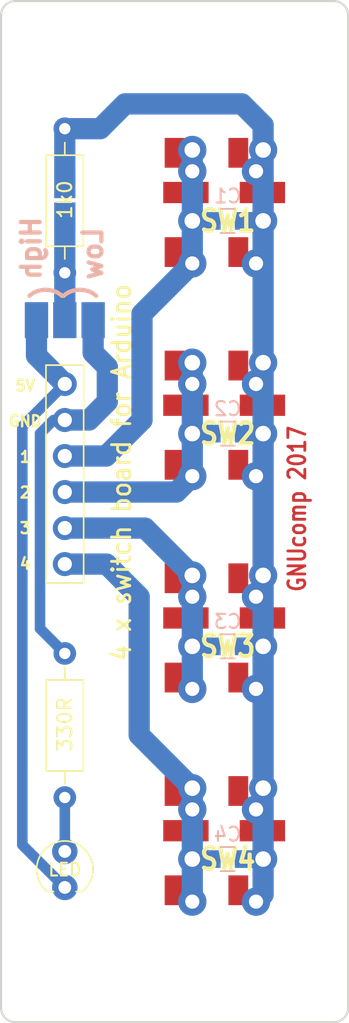
<source format=kicad_pcb>
(kicad_pcb (version 4) (host pcbnew 4.0.0-rc1-stable)

  (general
    (links 51)
    (no_connects 25)
    (area 121.424999 79.924999 146.075001 152.075001)
    (thickness 1.6)
    (drawings 17)
    (tracks 57)
    (zones 0)
    (modules 31)
    (nets 10)
  )

  (page A4)
  (layers
    (0 F.Cu signal)
    (31 B.Cu power)
    (34 B.Paste user hide)
    (35 F.Paste user hide)
    (36 B.SilkS user)
    (37 F.SilkS user)
    (38 B.Mask user hide)
    (39 F.Mask user)
    (40 Dwgs.User user hide)
    (41 Cmts.User user hide)
    (42 Eco1.User user hide)
    (43 Eco2.User user hide)
    (44 Edge.Cuts user)
    (45 Margin user hide)
    (47 F.CrtYd user hide)
  )

  (setup
    (last_trace_width 1.5)
    (user_trace_width 0.75)
    (user_trace_width 1)
    (user_trace_width 1.25)
    (user_trace_width 1.5)
    (trace_clearance 0.1)
    (zone_clearance 0.508)
    (zone_45_only no)
    (trace_min 0.2)
    (segment_width 0.5)
    (edge_width 0.15)
    (via_size 0.6)
    (via_drill 0.4)
    (via_min_size 0.4)
    (via_min_drill 0.3)
    (uvia_size 0.3)
    (uvia_drill 0.1)
    (uvias_allowed no)
    (uvia_min_size 0.2)
    (uvia_min_drill 0.1)
    (pcb_text_width 0.3)
    (pcb_text_size 1.5 1.5)
    (mod_edge_width 0.15)
    (mod_text_size 1 1)
    (mod_text_width 0.15)
    (pad_size 1.6 1.6)
    (pad_drill 0.8)
    (pad_to_mask_clearance 0.2)
    (aux_axis_origin 0 0)
    (visible_elements 7FFEFF7F)
    (pcbplotparams
      (layerselection 0x00030_80000001)
      (usegerberextensions false)
      (excludeedgelayer true)
      (linewidth 0.100000)
      (plotframeref false)
      (viasonmask false)
      (mode 1)
      (useauxorigin false)
      (hpglpennumber 1)
      (hpglpenspeed 20)
      (hpglpendiameter 15)
      (hpglpenoverlay 2)
      (psnegative false)
      (psa4output false)
      (plotreference true)
      (plotvalue true)
      (plotinvisibletext false)
      (padsonsilk false)
      (subtractmaskfromsilk false)
      (outputformat 1)
      (mirror false)
      (drillshape 1)
      (scaleselection 1)
      (outputdirectory ""))
  )

  (net 0 "")
  (net 1 "Net-(C1-Pad1)")
  (net 2 "Net-(C1-Pad2)")
  (net 3 "Net-(C2-Pad2)")
  (net 4 "Net-(C3-Pad2)")
  (net 5 "Net-(C4-Pad2)")
  (net 6 "Net-(D1-Pad1)")
  (net 7 "Net-(D1-Pad2)")
  (net 8 "Net-(K1-Pad2)")
  (net 9 "Net-(K1-Pad3)")

  (net_class Default "This is the default net class."
    (clearance 0.1)
    (trace_width 1)
    (via_dia 0.6)
    (via_drill 0.4)
    (uvia_dia 0.3)
    (uvia_drill 0.1)
    (add_net "Net-(C1-Pad2)")
    (add_net "Net-(C2-Pad2)")
    (add_net "Net-(C3-Pad2)")
    (add_net "Net-(C4-Pad2)")
    (add_net "Net-(D1-Pad1)")
    (add_net "Net-(D1-Pad2)")
    (add_net "Net-(K1-Pad3)")
  )

  (net_class COM ""
    (clearance 0.1)
    (trace_width 1.5)
    (via_dia 0.6)
    (via_drill 0.4)
    (uvia_dia 0.3)
    (uvia_drill 0.1)
    (add_net "Net-(C1-Pad1)")
    (add_net "Net-(K1-Pad2)")
  )

  (module Capacitors_SMD:C_0805_HandSoldering (layer B.Cu) (tedit 59706DA2) (tstamp 596D84BA)
    (at 137.5 140.5 180)
    (descr "Capacitor SMD 0805, hand soldering")
    (tags "capacitor 0805")
    (path /596D80C6)
    (solder_mask_margin 0.1)
    (attr smd)
    (fp_text reference C4 (at 0 1.75 180) (layer B.SilkS)
      (effects (font (size 1 1) (thickness 0.15)) (justify mirror))
    )
    (fp_text value C (at 0 -1.75 180) (layer B.Fab)
      (effects (font (size 1 1) (thickness 0.15)) (justify mirror))
    )
    (fp_text user %R (at 0 1.75 180) (layer B.Fab)
      (effects (font (size 1 1) (thickness 0.15)) (justify mirror))
    )
    (fp_line (start -1 -0.62) (end -1 0.62) (layer B.Fab) (width 0.1))
    (fp_line (start 1 -0.62) (end -1 -0.62) (layer B.Fab) (width 0.1))
    (fp_line (start 1 0.62) (end 1 -0.62) (layer B.Fab) (width 0.1))
    (fp_line (start -1 0.62) (end 1 0.62) (layer B.Fab) (width 0.1))
    (fp_line (start 0.5 0.85) (end -0.5 0.85) (layer B.SilkS) (width 0.12))
    (fp_line (start -0.5 -0.85) (end 0.5 -0.85) (layer B.SilkS) (width 0.12))
    (fp_line (start -2.25 0.88) (end 2.25 0.88) (layer B.CrtYd) (width 0.05))
    (fp_line (start -2.25 0.88) (end -2.25 -0.87) (layer B.CrtYd) (width 0.05))
    (fp_line (start 2.25 -0.87) (end 2.25 0.88) (layer B.CrtYd) (width 0.05))
    (fp_line (start 2.25 -0.87) (end -2.25 -0.87) (layer B.CrtYd) (width 0.05))
    (pad 1 smd rect (at -1.25 0 180) (size 1.5 1.25) (layers B.Cu B.Paste B.Mask)
      (net 1 "Net-(C1-Pad1)"))
    (pad 2 smd rect (at 1.25 0 180) (size 1.5 1.25) (layers B.Cu B.Paste B.Mask)
      (net 5 "Net-(C4-Pad2)"))
    (model Capacitors_SMD.3dshapes/C_0805.wrl
      (at (xyz 0 0 0))
      (scale (xyz 1 1 1))
      (rotate (xyz 0 0 0))
    )
  )

  (module GNUCOMP:SPST_SMD_2P (layer F.Cu) (tedit 597017B5) (tstamp 597015D5)
    (at 137.25 108.5)
    (path /59702942)
    (fp_text reference SW10 (at 0 3) (layer F.SilkS) hide
      (effects (font (size 1 1) (thickness 0.15)))
    )
    (fp_text value SW_PUSH (at 0 -3) (layer F.Fab)
      (effects (font (size 1 1) (thickness 0.15)))
    )
    (fp_line (start -3 1) (end -3 -1) (layer F.Fab) (width 0.2))
    (fp_line (start 3 -1) (end 3 1) (layer F.Fab) (width 0.2))
    (fp_circle (center 0 0) (end 1 0) (layer F.Fab) (width 0.2))
    (pad 2 smd rect (at 2.7 0) (size 3.2 1.5) (layers F.Cu F.Paste F.Mask)
      (net 1 "Net-(C1-Pad1)"))
    (pad 1 smd rect (at -2.7 0) (size 3.2 1.5) (layers F.Cu F.Paste F.Mask)
      (net 3 "Net-(C2-Pad2)"))
  )

  (module Buttons_Switches_ThroughHole:SW_PUSH_6mm_h5mm (layer F.Cu) (tedit 59700A53) (tstamp 596D8055)
    (at 135 113.5 90)
    (descr "tactile push button, 6x6mm e.g. PHAP33xx series, height=5mm")
    (tags "tact sw push 6mm")
    (path /596D687C)
    (fp_text reference SW3 (at 3.25 -2 90) (layer F.SilkS) hide
      (effects (font (size 1 1) (thickness 0.15)))
    )
    (fp_text value SW_PUSH (at 3.75 6.7 90) (layer F.Fab)
      (effects (font (size 1 1) (thickness 0.15)))
    )
    (fp_line (start 3.25 -0.75) (end 6.25 -0.75) (layer F.Fab) (width 0.1))
    (fp_line (start 6.25 -0.75) (end 6.25 5.25) (layer F.Fab) (width 0.1))
    (fp_line (start 6.25 5.25) (end 0.25 5.25) (layer F.Fab) (width 0.1))
    (fp_line (start 0.25 5.25) (end 0.25 -0.75) (layer F.Fab) (width 0.1))
    (fp_line (start 0.25 -0.75) (end 3.25 -0.75) (layer F.Fab) (width 0.1))
    (fp_line (start 7.75 6) (end 8 6) (layer F.CrtYd) (width 0.05))
    (fp_line (start 8 6) (end 8 5.75) (layer F.CrtYd) (width 0.05))
    (fp_line (start 7.75 -1.5) (end 8 -1.5) (layer F.CrtYd) (width 0.05))
    (fp_line (start 8 -1.5) (end 8 -1.25) (layer F.CrtYd) (width 0.05))
    (fp_line (start -1.5 -1.25) (end -1.5 -1.5) (layer F.CrtYd) (width 0.05))
    (fp_line (start -1.5 -1.5) (end -1.25 -1.5) (layer F.CrtYd) (width 0.05))
    (fp_line (start -1.5 5.75) (end -1.5 6) (layer F.CrtYd) (width 0.05))
    (fp_line (start -1.5 6) (end -1.25 6) (layer F.CrtYd) (width 0.05))
    (fp_line (start -1.25 -1.5) (end 7.75 -1.5) (layer F.CrtYd) (width 0.05))
    (fp_line (start -1.5 5.75) (end -1.5 -1.25) (layer F.CrtYd) (width 0.05))
    (fp_line (start 7.75 6) (end -1.25 6) (layer F.CrtYd) (width 0.05))
    (fp_line (start 8 -1.25) (end 8 5.75) (layer F.CrtYd) (width 0.05))
    (pad 2 thru_hole circle (at 0 4.5 180) (size 2 2) (drill 1) (layers *.Cu *.Mask)
      (net 1 "Net-(C1-Pad1)"))
    (pad 1 thru_hole circle (at 0 0 180) (size 2 2) (drill 1) (layers *.Cu *.Mask)
      (net 3 "Net-(C2-Pad2)"))
    (pad 2 thru_hole circle (at 6.5 4.5 180) (size 2 2) (drill 1) (layers *.Cu *.Mask)
      (net 1 "Net-(C1-Pad1)"))
    (pad 1 thru_hole circle (at 6.5 0 180) (size 2 2) (drill 1) (layers *.Cu *.Mask)
      (net 3 "Net-(C2-Pad2)"))
    (model ${KISYS3DMOD}/Buttons_Switches_THT.3dshapes/SW_PUSH_6mm_h5mm.wrl
      (at (xyz 0.005 0 0))
      (scale (xyz 0.3937 0.3937 0.3937))
      (rotate (xyz 0 0 0))
    )
  )

  (module Capacitors_SMD:C_0805_HandSoldering (layer B.Cu) (tedit 58AA84A8) (tstamp 596D8498)
    (at 137.5 110.5 180)
    (descr "Capacitor SMD 0805, hand soldering")
    (tags "capacitor 0805")
    (path /596D7FDF)
    (solder_mask_margin 0.1)
    (attr smd)
    (fp_text reference C2 (at 0 1.75 180) (layer B.SilkS)
      (effects (font (size 1 1) (thickness 0.15)) (justify mirror))
    )
    (fp_text value C (at 0 -1.75 180) (layer B.Fab)
      (effects (font (size 1 1) (thickness 0.15)) (justify mirror))
    )
    (fp_text user %R (at 0 1.75 180) (layer B.Fab)
      (effects (font (size 1 1) (thickness 0.15)) (justify mirror))
    )
    (fp_line (start -1 -0.62) (end -1 0.62) (layer B.Fab) (width 0.1))
    (fp_line (start 1 -0.62) (end -1 -0.62) (layer B.Fab) (width 0.1))
    (fp_line (start 1 0.62) (end 1 -0.62) (layer B.Fab) (width 0.1))
    (fp_line (start -1 0.62) (end 1 0.62) (layer B.Fab) (width 0.1))
    (fp_line (start 0.5 0.85) (end -0.5 0.85) (layer B.SilkS) (width 0.12))
    (fp_line (start -0.5 -0.85) (end 0.5 -0.85) (layer B.SilkS) (width 0.12))
    (fp_line (start -2.25 0.88) (end 2.25 0.88) (layer B.CrtYd) (width 0.05))
    (fp_line (start -2.25 0.88) (end -2.25 -0.87) (layer B.CrtYd) (width 0.05))
    (fp_line (start 2.25 -0.87) (end 2.25 0.88) (layer B.CrtYd) (width 0.05))
    (fp_line (start 2.25 -0.87) (end -2.25 -0.87) (layer B.CrtYd) (width 0.05))
    (pad 1 smd rect (at -1.25 0 180) (size 1.5 1.25) (layers B.Cu B.Paste B.Mask)
      (net 1 "Net-(C1-Pad1)"))
    (pad 2 smd rect (at 1.25 0 180) (size 1.5 1.25) (layers B.Cu B.Paste B.Mask)
      (net 3 "Net-(C2-Pad2)"))
    (model Capacitors_SMD.3dshapes/C_0805.wrl
      (at (xyz 0 0 0))
      (scale (xyz 1 1 1))
      (rotate (xyz 0 0 0))
    )
  )

  (module GNUCOMP:SPST_SMD_2P (layer F.Cu) (tedit 597017BC) (tstamp 597015E8)
    (at 137.25 123.5)
    (path /59700F8B)
    (fp_text reference SW11 (at 0 3) (layer F.SilkS) hide
      (effects (font (size 1 1) (thickness 0.15)))
    )
    (fp_text value SW_PUSH (at 0 -3) (layer F.Fab)
      (effects (font (size 1 1) (thickness 0.15)))
    )
    (fp_line (start -3 1) (end -3 -1) (layer F.Fab) (width 0.2))
    (fp_line (start 3 -1) (end 3 1) (layer F.Fab) (width 0.2))
    (fp_circle (center 0 0) (end 1 0) (layer F.Fab) (width 0.2))
    (pad 2 smd rect (at 2.7 0) (size 3.2 1.5) (layers F.Cu F.Paste F.Mask)
      (net 1 "Net-(C1-Pad1)"))
    (pad 1 smd rect (at -2.7 0) (size 3.2 1.5) (layers F.Cu F.Paste F.Mask)
      (net 4 "Net-(C3-Pad2)"))
  )

  (module Buttons_Switches_ThroughHole:SW_PUSH_6mm_h5mm (layer F.Cu) (tedit 596D791B) (tstamp 596D8073)
    (at 135 128.5 90)
    (descr "tactile push button, 6x6mm e.g. PHAP33xx series, height=5mm")
    (tags "tact sw push 6mm")
    (path /596D69F0)
    (fp_text reference SW5 (at 3.25 -2 90) (layer F.SilkS) hide
      (effects (font (size 1 1) (thickness 0.15)))
    )
    (fp_text value SW_PUSH (at 3.75 6.7 90) (layer F.Fab)
      (effects (font (size 1 1) (thickness 0.15)))
    )
    (fp_line (start 3.25 -0.75) (end 6.25 -0.75) (layer F.Fab) (width 0.1))
    (fp_line (start 6.25 -0.75) (end 6.25 5.25) (layer F.Fab) (width 0.1))
    (fp_line (start 6.25 5.25) (end 0.25 5.25) (layer F.Fab) (width 0.1))
    (fp_line (start 0.25 5.25) (end 0.25 -0.75) (layer F.Fab) (width 0.1))
    (fp_line (start 0.25 -0.75) (end 3.25 -0.75) (layer F.Fab) (width 0.1))
    (fp_line (start 7.75 6) (end 8 6) (layer F.CrtYd) (width 0.05))
    (fp_line (start 8 6) (end 8 5.75) (layer F.CrtYd) (width 0.05))
    (fp_line (start 7.75 -1.5) (end 8 -1.5) (layer F.CrtYd) (width 0.05))
    (fp_line (start 8 -1.5) (end 8 -1.25) (layer F.CrtYd) (width 0.05))
    (fp_line (start -1.5 -1.25) (end -1.5 -1.5) (layer F.CrtYd) (width 0.05))
    (fp_line (start -1.5 -1.5) (end -1.25 -1.5) (layer F.CrtYd) (width 0.05))
    (fp_line (start -1.5 5.75) (end -1.5 6) (layer F.CrtYd) (width 0.05))
    (fp_line (start -1.5 6) (end -1.25 6) (layer F.CrtYd) (width 0.05))
    (fp_line (start -1.25 -1.5) (end 7.75 -1.5) (layer F.CrtYd) (width 0.05))
    (fp_line (start -1.5 5.75) (end -1.5 -1.25) (layer F.CrtYd) (width 0.05))
    (fp_line (start 7.75 6) (end -1.25 6) (layer F.CrtYd) (width 0.05))
    (fp_line (start 8 -1.25) (end 8 5.75) (layer F.CrtYd) (width 0.05))
    (pad 2 thru_hole circle (at 0 4.5 180) (size 2 2) (drill 1) (layers *.Cu *.Mask)
      (net 1 "Net-(C1-Pad1)"))
    (pad 1 thru_hole circle (at 0 0 180) (size 2 2) (drill 1) (layers *.Cu *.Mask)
      (net 4 "Net-(C3-Pad2)"))
    (pad 2 thru_hole circle (at 6.5 4.5 180) (size 2 2) (drill 1) (layers *.Cu *.Mask)
      (net 1 "Net-(C1-Pad1)"))
    (pad 1 thru_hole circle (at 6.5 0 180) (size 2 2) (drill 1) (layers *.Cu *.Mask)
      (net 4 "Net-(C3-Pad2)"))
    (model ${KISYS3DMOD}/Buttons_Switches_THT.3dshapes/SW_PUSH_6mm_h5mm.wrl
      (at (xyz 0.005 0 0))
      (scale (xyz 0.3937 0.3937 0.3937))
      (rotate (xyz 0 0 0))
    )
  )

  (module GNUCOMP:Tactile_push_6x6_SMD (layer F.Cu) (tedit 597064B6) (tstamp 597066D1)
    (at 136 109.2)
    (fp_text reference REF** (at 0 5.5) (layer F.SilkS) hide
      (effects (font (size 1 1) (thickness 0.15)))
    )
    (fp_text value Tactile_push_6x6_SMD (at 0 -5.5) (layer F.Fab)
      (effects (font (size 1 1) (thickness 0.15)))
    )
    (pad 2 smd rect (at 2.25 3.5) (size 1.4 2.1) (layers F.Cu F.Paste F.Mask))
    (pad 2 smd rect (at 2.25 -3.5) (size 1.4 2.1) (layers F.Cu F.Paste F.Mask))
    (pad 1 smd rect (at -2.25 -3.5) (size 1.4 2.1) (layers F.Cu F.Paste F.Mask))
    (pad 1 smd rect (at -2.25 3.5) (size 1.4 2.1) (layers F.Cu F.Paste F.Mask))
  )

  (module GNUCOMP:Tactile_push_6x6_SMD (layer F.Cu) (tedit 5970649F) (tstamp 597066EA)
    (at 136 124.2)
    (fp_text reference REF** (at 0 5.5) (layer F.SilkS) hide
      (effects (font (size 1 1) (thickness 0.15)))
    )
    (fp_text value Tactile_push_6x6_SMD (at 0 -5.5) (layer F.Fab)
      (effects (font (size 1 1) (thickness 0.15)))
    )
    (pad 2 smd rect (at 2.25 3.5) (size 1.4 2.1) (layers F.Cu F.Paste F.Mask))
    (pad 2 smd rect (at 2.25 -3.5) (size 1.4 2.1) (layers F.Cu F.Paste F.Mask))
    (pad 1 smd rect (at -2.25 -3.5) (size 1.4 2.1) (layers F.Cu F.Paste F.Mask))
    (pad 1 smd rect (at -2.25 3.5) (size 1.4 2.1) (layers F.Cu F.Paste F.Mask))
  )

  (module GNUCOMP:SPST_SMD_2P (layer F.Cu) (tedit 597017C3) (tstamp 597015FB)
    (at 137.25 138.5)
    (path /5970128C)
    (fp_text reference SW12 (at 0 3) (layer F.SilkS) hide
      (effects (font (size 1 1) (thickness 0.15)))
    )
    (fp_text value SW_PUSH (at 0 -3) (layer F.Fab)
      (effects (font (size 1 1) (thickness 0.15)))
    )
    (fp_line (start -3 1) (end -3 -1) (layer F.Fab) (width 0.2))
    (fp_line (start 3 -1) (end 3 1) (layer F.Fab) (width 0.2))
    (pad 2 smd rect (at 2.7 0) (size 3.2 1.5) (layers F.Cu F.Paste F.Mask)
      (net 1 "Net-(C1-Pad1)"))
    (pad 1 smd rect (at -2.7 0) (size 3.2 1.5) (layers F.Cu F.Paste F.Mask)
      (net 5 "Net-(C4-Pad2)"))
  )

  (module GNUCOMP:Tactile_push_6x6_SMD (layer F.Cu) (tedit 59706498) (tstamp 59706703)
    (at 136 139.2)
    (fp_text reference REF** (at 0 5.5) (layer F.SilkS) hide
      (effects (font (size 1 1) (thickness 0.15)))
    )
    (fp_text value Tactile_push_6x6_SMD (at 0 -5.5) (layer F.Fab)
      (effects (font (size 1 1) (thickness 0.15)))
    )
    (pad 2 smd rect (at 2.25 3.5) (size 1.4 2.1) (layers F.Cu F.Paste F.Mask))
    (pad 2 smd rect (at 2.25 -3.5) (size 1.4 2.1) (layers F.Cu F.Paste F.Mask))
    (pad 1 smd rect (at -2.25 -3.5) (size 1.4 2.1) (layers F.Cu F.Paste F.Mask))
    (pad 1 smd rect (at -2.25 3.5) (size 1.4 2.1) (layers F.Cu F.Paste F.Mask))
  )

  (module Buttons_Switches_ThroughHole:SW_PUSH_6mm_h5mm (layer F.Cu) (tedit 59706A5A) (tstamp 596D8091)
    (at 135 143.5 90)
    (descr "tactile push button, 6x6mm e.g. PHAP33xx series, height=5mm")
    (tags "tact sw push 6mm")
    (path /596D6A06)
    (fp_text reference SW7 (at 3.25 -2 90) (layer F.SilkS) hide
      (effects (font (size 1 1) (thickness 0.15)))
    )
    (fp_text value SW_PUSH (at 3.75 6.7 90) (layer F.Fab)
      (effects (font (size 1 1) (thickness 0.15)))
    )
    (fp_text user %R (at 3.25 2.25 90) (layer F.Fab)
      (effects (font (size 1 1) (thickness 0.15)))
    )
    (fp_line (start 3.25 -0.75) (end 6.25 -0.75) (layer F.Fab) (width 0.1))
    (fp_line (start 6.25 -0.75) (end 6.25 5.25) (layer F.Fab) (width 0.1))
    (fp_line (start 6.25 5.25) (end 0.25 5.25) (layer F.Fab) (width 0.1))
    (fp_line (start 0.25 5.25) (end 0.25 -0.75) (layer F.Fab) (width 0.1))
    (fp_line (start 0.25 -0.75) (end 3.25 -0.75) (layer F.Fab) (width 0.1))
    (fp_line (start 7.75 6) (end 8 6) (layer F.CrtYd) (width 0.05))
    (fp_line (start 8 6) (end 8 5.75) (layer F.CrtYd) (width 0.05))
    (fp_line (start 7.75 -1.5) (end 8 -1.5) (layer F.CrtYd) (width 0.05))
    (fp_line (start 8 -1.5) (end 8 -1.25) (layer F.CrtYd) (width 0.05))
    (fp_line (start -1.5 -1.25) (end -1.5 -1.5) (layer F.CrtYd) (width 0.05))
    (fp_line (start -1.5 -1.5) (end -1.25 -1.5) (layer F.CrtYd) (width 0.05))
    (fp_line (start -1.5 5.75) (end -1.5 6) (layer F.CrtYd) (width 0.05))
    (fp_line (start -1.5 6) (end -1.25 6) (layer F.CrtYd) (width 0.05))
    (fp_line (start -1.25 -1.5) (end 7.75 -1.5) (layer F.CrtYd) (width 0.05))
    (fp_line (start -1.5 5.75) (end -1.5 -1.25) (layer F.CrtYd) (width 0.05))
    (fp_line (start 7.75 6) (end -1.25 6) (layer F.CrtYd) (width 0.05))
    (fp_line (start 8 -1.25) (end 8 5.75) (layer F.CrtYd) (width 0.05))
    (fp_line (start 1 5.5) (end 5.5 5.5) (layer F.Fab) (width 0.12))
    (fp_line (start -0.25 1.5) (end -0.25 3) (layer F.Fab) (width 0.12))
    (fp_line (start 5.5 -1) (end 1 -1) (layer F.Fab) (width 0.12))
    (fp_line (start 6.75 3) (end 6.75 1.5) (layer F.Fab) (width 0.12))
    (fp_circle (center 3.25 2.25) (end 1.25 2.5) (layer F.Fab) (width 0.1))
    (pad 2 thru_hole circle (at 0 4.5 180) (size 2 2) (drill 1) (layers *.Cu *.Mask)
      (net 1 "Net-(C1-Pad1)"))
    (pad 1 thru_hole circle (at 0 0 180) (size 2 2) (drill 1) (layers *.Cu *.Mask)
      (net 5 "Net-(C4-Pad2)"))
    (pad 2 thru_hole circle (at 6.5 4.5 180) (size 2 2) (drill 1) (layers *.Cu *.Mask)
      (net 1 "Net-(C1-Pad1)"))
    (pad 1 thru_hole circle (at 6.5 0 180) (size 2 2) (drill 1) (layers *.Cu *.Mask)
      (net 5 "Net-(C4-Pad2)"))
    (model ${KISYS3DMOD}/Buttons_Switches_THT.3dshapes/SW_PUSH_6mm_h5mm.wrl
      (at (xyz 0.005 0 0))
      (scale (xyz 0.3937 0.3937 0.3937))
      (rotate (xyz 0 0 0))
    )
  )

  (module LEDs:LED_D3.0mm (layer F.Cu) (tedit 597069D3) (tstamp 59702203)
    (at 126 142.5 90)
    (descr "LED, diameter 3.0mm, 2 pins")
    (tags "LED diameter 3.0mm 2 pins")
    (path /596D87FF)
    (fp_text reference LED (at 1.25 0 180) (layer F.SilkS)
      (effects (font (size 0.9 0.85) (thickness 0.15)))
    )
    (fp_text value LED (at 1.27 2.96 90) (layer F.Fab)
      (effects (font (size 1 1) (thickness 0.15)))
    )
    (fp_arc (start 1.34 0) (end 2.82 -1.25) (angle 90) (layer F.SilkS) (width 0.12))
    (fp_arc (start 1.27 0) (end -0.23 -1.16619) (angle 284.3) (layer F.Fab) (width 0.1))
    (fp_arc (start 1.27 0) (end -0.29 -1.235516) (angle 108.8) (layer F.SilkS) (width 0.12))
    (fp_arc (start 1.27 0) (end -0.29 1.235516) (angle -108.8) (layer F.SilkS) (width 0.12))
    (fp_arc (start 1.27 0) (end 0.229039 -1.08) (angle 87.9) (layer F.Fab) (width 0.12))
    (fp_arc (start 1.27 0) (end 0.229039 1.08) (angle -87.9) (layer F.Fab) (width 0.12))
    (fp_circle (center 1.27 0) (end 2.77 0) (layer F.Fab) (width 0.1))
    (fp_line (start -0.23 -1.16619) (end -0.23 1.16619) (layer F.Fab) (width 0.1))
    (fp_line (start -0.29 -1.236) (end -0.29 -0.8) (layer F.SilkS) (width 0.12))
    (fp_line (start -0.29 0.8) (end -0.29 1.236) (layer F.SilkS) (width 0.12))
    (fp_line (start -1.15 -2.25) (end -1.15 2.25) (layer F.CrtYd) (width 0.05))
    (fp_line (start -1.15 2.25) (end 3.7 2.25) (layer F.CrtYd) (width 0.05))
    (fp_line (start 3.7 2.25) (end 3.7 -2.25) (layer F.CrtYd) (width 0.05))
    (fp_line (start 3.7 -2.25) (end -1.15 -2.25) (layer F.CrtYd) (width 0.05))
    (pad 1 np_thru_hole circle (at 0 0 90) (size 1.8 1.8) (drill 0.9) (layers B.Cu B.Mask)
      (net 6 "Net-(D1-Pad1)"))
    (pad "" np_thru_hole circle (at 2.54 0 90) (size 1.8 1.8) (drill 0.9) (layers B.Cu B.Mask))
    (model ${KISYS3DMOD}/LEDs.3dshapes/LED_D3.0mm.wrl
      (at (xyz 0 0 0))
      (scale (xyz 0.393701 0.393701 0.393701))
      (rotate (xyz 0 0 0))
    )
  )

  (module GNUCOMP:Push_Keyboard_Switch (layer F.Cu) (tedit 597067C4) (tstamp 596D7968)
    (at 135 135.5)
    (descr "E-Switch KS01Q01 http://spec_sheets.e-switch.com/specs/29-KS01Q01.pdf")
    (tags "Push Button")
    (path /596D6A13)
    (fp_text reference SW8 (at 2.5 -4.5) (layer F.SilkS) hide
      (effects (font (size 1 1) (thickness 0.15)))
    )
    (fp_text value SW_PUSH (at 2.5 9.5) (layer F.Fab)
      (effects (font (size 1 1) (thickness 0.15)))
    )
    (fp_line (start 0.04 8.39) (end 5.06 8.39) (layer F.CrtYd) (width 0.05))
    (fp_arc (start 2.55 2.5) (end 0.04 8.39) (angle 313.8378348) (layer F.CrtYd) (width 0.05))
    (fp_line (start 0.11 8) (end 4.89 8) (layer F.Fab) (width 0.1))
    (fp_arc (start 2.5 2.5) (end 0.11 8) (angle 313) (layer F.Fab) (width 0.1))
    (fp_text user %R (at 2.5 2.5) (layer F.Fab)
      (effects (font (size 1 1) (thickness 0.15)))
    )
    (fp_line (start 4.89 8.14) (end 0.11 8.14) (layer F.Fab) (width 0.15))
    (fp_arc (start 2.5 2.5) (end 0.11 8.14) (angle 314) (layer F.Fab) (width 0.15))
    (pad "" np_thru_hole circle (at 0 0) (size 2 2) (drill 1.1) (layers B.Cu B.Mask))
    (pad 2 np_thru_hole circle (at 5 0) (size 2 2) (drill 1.1) (layers B.Cu B.Mask)
      (net 1 "Net-(C1-Pad1)"))
    (pad 2 np_thru_hole circle (at 5 5) (size 2 2) (drill 1.1) (layers B.Cu B.Mask)
      (net 1 "Net-(C1-Pad1)"))
    (pad 1 np_thru_hole circle (at 0 5) (size 2 2) (drill 1.1) (layers B.Cu B.Mask)
      (net 5 "Net-(C4-Pad2)"))
    (model ${KISYS3DMOD}/Buttons_Switches_THT.3dshapes/Push_E-Switch_KS01Q01.wrl
      (at (xyz 0.1 -0.1 0))
      (scale (xyz 1 1 1))
      (rotate (xyz 0 0 0))
    )
  )

  (module GNUCOMP:Push_Keyboard_Switch (layer F.Cu) (tedit 597067AE) (tstamp 596D795A)
    (at 135 120.5)
    (descr "E-Switch KS01Q01 http://spec_sheets.e-switch.com/specs/29-KS01Q01.pdf")
    (tags "Push Button")
    (path /596D69FD)
    (fp_text reference SW6 (at 2.5 -4.5) (layer F.SilkS) hide
      (effects (font (size 1 1) (thickness 0.15)))
    )
    (fp_text value SW_PUSH (at 2.5 9.5) (layer F.Fab)
      (effects (font (size 1 1) (thickness 0.15)))
    )
    (fp_line (start 0.04 8.39) (end 5.06 8.39) (layer F.CrtYd) (width 0.05))
    (fp_arc (start 2.55 2.5) (end 0.04 8.39) (angle 313.8378348) (layer F.CrtYd) (width 0.05))
    (fp_line (start 0.11 8) (end 4.89 8) (layer F.Fab) (width 0.1))
    (fp_arc (start 2.5 2.5) (end 0.11 8) (angle 313) (layer F.Fab) (width 0.1))
    (fp_text user %R (at 2.5 2.5) (layer F.Fab)
      (effects (font (size 1 1) (thickness 0.15)))
    )
    (fp_line (start 4.89 8.14) (end 0.11 8.14) (layer F.Fab) (width 0.15))
    (fp_arc (start 2.5 2.5) (end 0.11 8.14) (angle 314) (layer F.Fab) (width 0.15))
    (pad "" np_thru_hole circle (at 0 0) (size 2 2) (drill 1.1) (layers B.Cu B.Mask))
    (pad 2 np_thru_hole circle (at 5 0) (size 2 2) (drill 1.1) (layers B.Cu B.Mask)
      (net 1 "Net-(C1-Pad1)"))
    (pad 2 np_thru_hole circle (at 5 5) (size 2 2) (drill 1.1) (layers B.Cu B.Mask)
      (net 1 "Net-(C1-Pad1)"))
    (pad 1 np_thru_hole circle (at 0 5) (size 2 2) (drill 1.1) (layers B.Cu B.Mask)
      (net 4 "Net-(C3-Pad2)"))
    (model ${KISYS3DMOD}/Buttons_Switches_THT.3dshapes/Push_E-Switch_KS01Q01.wrl
      (at (xyz 0.1 -0.1 0))
      (scale (xyz 1 1 1))
      (rotate (xyz 0 0 0))
    )
  )

  (module GNUCOMP:Push_Keyboard_Switch (layer F.Cu) (tedit 59706788) (tstamp 596D794C)
    (at 135 105.5)
    (descr "E-Switch KS01Q01 http://spec_sheets.e-switch.com/specs/29-KS01Q01.pdf")
    (tags "Push Button")
    (path /596D6889)
    (fp_text reference SW4 (at 2.5 -4.5) (layer F.SilkS) hide
      (effects (font (size 1 1) (thickness 0.15)))
    )
    (fp_text value SW_PUSH (at 2.5 9.5) (layer F.Fab)
      (effects (font (size 1 1) (thickness 0.15)))
    )
    (fp_line (start 0.04 8.39) (end 5.06 8.39) (layer F.CrtYd) (width 0.05))
    (fp_arc (start 2.55 2.5) (end 0.04 8.39) (angle 313.8378348) (layer F.CrtYd) (width 0.05))
    (fp_line (start 0.11 8) (end 4.89 8) (layer F.Fab) (width 0.1))
    (fp_arc (start 2.5 2.5) (end 0.11 8) (angle 313) (layer F.Fab) (width 0.1))
    (fp_text user %R (at 2.5 2.5) (layer F.Fab)
      (effects (font (size 1 1) (thickness 0.15)))
    )
    (fp_line (start 4.89 8.14) (end 0.11 8.14) (layer F.Fab) (width 0.15))
    (fp_arc (start 2.5 2.5) (end 0.11 8.14) (angle 314) (layer F.Fab) (width 0.15))
    (pad 1 np_thru_hole circle (at 0 0) (size 2 2) (drill 1.1) (layers B.Cu B.Mask)
      (net 3 "Net-(C2-Pad2)"))
    (pad 2 np_thru_hole circle (at 5 0) (size 2 2) (drill 1.1) (layers B.Cu B.Mask)
      (net 1 "Net-(C1-Pad1)"))
    (pad 2 np_thru_hole circle (at 5 5) (size 2 2) (drill 1.1) (layers B.Cu B.Mask)
      (net 1 "Net-(C1-Pad1)"))
    (pad 1 np_thru_hole circle (at 0 5) (size 2 2) (drill 1.1) (layers B.Cu B.Mask)
      (net 3 "Net-(C2-Pad2)"))
    (model ${KISYS3DMOD}/Buttons_Switches_THT.3dshapes/Push_E-Switch_KS01Q01.wrl
      (at (xyz 0.1 -0.1 0))
      (scale (xyz 1 1 1))
      (rotate (xyz 0 0 0))
    )
  )

  (module GNUCOMP:Push_Keyboard_Switch (layer F.Cu) (tedit 5970670F) (tstamp 596D793E)
    (at 135 90.5)
    (descr "E-Switch KS01Q01 http://spec_sheets.e-switch.com/specs/29-KS01Q01.pdf")
    (tags "Push Button")
    (path /596D64C4)
    (fp_text reference SW2 (at 2.5 -4.5) (layer F.SilkS) hide
      (effects (font (size 1 1) (thickness 0.15)))
    )
    (fp_text value SW_PUSH (at 2.5 9.5) (layer F.Fab)
      (effects (font (size 1 1) (thickness 0.15)))
    )
    (fp_line (start 0.04 8.39) (end 5.06 8.39) (layer F.CrtYd) (width 0.05))
    (fp_arc (start 2.55 2.5) (end 0.04 8.39) (angle 313.8378348) (layer F.CrtYd) (width 0.05))
    (fp_line (start 0.11 8) (end 4.89 8) (layer F.Fab) (width 0.1))
    (fp_arc (start 2.5 2.5) (end 0.11 8) (angle 313) (layer F.Fab) (width 0.1))
    (fp_text user %R (at 2.5 2.5) (layer F.Fab)
      (effects (font (size 1 1) (thickness 0.15)))
    )
    (fp_line (start 4.89 8.14) (end 0.11 8.14) (layer F.Fab) (width 0.15))
    (fp_arc (start 2.5 2.5) (end 0.11 8.14) (angle 314) (layer F.Fab) (width 0.15))
    (pad 1 np_thru_hole circle (at 0 0) (size 2 2) (drill 1.1) (layers B.Cu B.Mask)
      (net 2 "Net-(C1-Pad2)"))
    (pad 2 np_thru_hole circle (at 5 0) (size 2 2) (drill 1.1) (layers B.Cu B.Mask)
      (net 1 "Net-(C1-Pad1)"))
    (pad 2 np_thru_hole circle (at 5 5) (size 2 2) (drill 1.1) (layers B.Cu B.Mask)
      (net 1 "Net-(C1-Pad1)"))
    (pad 1 np_thru_hole circle (at 0 5) (size 2 2) (drill 1.1) (layers B.Cu B.Mask)
      (net 2 "Net-(C1-Pad2)"))
    (model ${KISYS3DMOD}/Buttons_Switches_THT.3dshapes/Push_E-Switch_KS01Q01.wrl
      (at (xyz 0.1 -0.1 0))
      (scale (xyz 1 1 1))
      (rotate (xyz 0 0 0))
    )
  )

  (module Buttons_Switches_ThroughHole:SW_PUSH_6mm_h5mm (layer F.Cu) (tedit 59706579) (tstamp 596D7F3D)
    (at 135 98.5 90)
    (descr "tactile push button, 6x6mm e.g. PHAP33xx series, height=5mm")
    (tags "tact sw push 6mm")
    (path /596D5C18)
    (fp_text reference SW1 (at 3.25 -2 90) (layer F.SilkS) hide
      (effects (font (size 1 1) (thickness 0.15)))
    )
    (fp_text value SW_PUSH (at 3.75 6.7 90) (layer F.Fab)
      (effects (font (size 1 1) (thickness 0.15)))
    )
    (fp_line (start 7.75 6) (end 8 6) (layer F.CrtYd) (width 0.05))
    (fp_line (start 8 6) (end 8 5.75) (layer F.CrtYd) (width 0.05))
    (fp_line (start 7.75 -1.5) (end 8 -1.5) (layer F.CrtYd) (width 0.05))
    (fp_line (start 8 -1.5) (end 8 -1.25) (layer F.CrtYd) (width 0.05))
    (fp_line (start -1.5 -1.25) (end -1.5 -1.5) (layer F.CrtYd) (width 0.05))
    (fp_line (start -1.5 -1.5) (end -1.25 -1.5) (layer F.CrtYd) (width 0.05))
    (fp_line (start -1.5 5.75) (end -1.5 6) (layer F.CrtYd) (width 0.05))
    (fp_line (start -1.5 6) (end -1.25 6) (layer F.CrtYd) (width 0.05))
    (fp_line (start -1.25 -1.5) (end 7.75 -1.5) (layer F.CrtYd) (width 0.05))
    (fp_line (start -1.5 5.75) (end -1.5 -1.25) (layer F.CrtYd) (width 0.05))
    (fp_line (start 7.75 6) (end -1.25 6) (layer F.CrtYd) (width 0.05))
    (fp_line (start 8 -1.25) (end 8 5.75) (layer F.CrtYd) (width 0.05))
    (pad 2 thru_hole circle (at 0 4.5 180) (size 2 2) (drill 1) (layers *.Cu *.Mask)
      (net 1 "Net-(C1-Pad1)"))
    (pad 1 thru_hole circle (at 0 0 180) (size 2 2) (drill 1) (layers *.Cu *.Mask)
      (net 2 "Net-(C1-Pad2)"))
    (pad 2 thru_hole circle (at 6.5 4.5 180) (size 2 2) (drill 1) (layers *.Cu *.Mask)
      (net 1 "Net-(C1-Pad1)"))
    (pad 1 thru_hole circle (at 6.5 0 180) (size 2 2) (drill 1) (layers *.Cu *.Mask)
      (net 2 "Net-(C1-Pad2)"))
    (model ${KISYS3DMOD}/Buttons_Switches_THT.3dshapes/SW_PUSH_6mm_h5mm.wrl
      (at (xyz 0.005 0 0))
      (scale (xyz 0.3937 0.3937 0.3937))
      (rotate (xyz 0 0 0))
    )
  )

  (module GNUCOMP:Tactile_push_6x6_SMD (layer F.Cu) (tedit 59706640) (tstamp 5970661B)
    (at 136 94.2)
    (fp_text reference REF** (at 0 5.5) (layer F.SilkS) hide
      (effects (font (size 1 1) (thickness 0.15)))
    )
    (fp_text value Tactile_push_6x6_SMD (at 0 -5.5) (layer F.Fab)
      (effects (font (size 1 1) (thickness 0.15)))
    )
    (pad 2 smd rect (at 2.25 3.5) (size 1.4 2.1) (layers F.Cu F.Paste F.Mask))
    (pad 2 smd rect (at 2.25 -3.5) (size 1.4 2.1) (layers F.Cu F.Paste F.Mask))
    (pad 1 smd rect (at -2.25 -3.5) (size 1.4 2.1) (layers F.Cu F.Paste F.Mask))
    (pad 1 smd rect (at -2.25 3.5) (size 1.4 2.1) (layers F.Cu F.Paste F.Mask))
  )

  (module GNUCOMP:SPST_SMD_2P (layer F.Cu) (tedit 597065F1) (tstamp 597015C2)
    (at 137.25 93.5)
    (path /59701E3C)
    (fp_text reference SW9 (at 0 3) (layer F.SilkS) hide
      (effects (font (size 1 1) (thickness 0.15)))
    )
    (fp_text value SW_PUSH (at 0 -3) (layer F.Fab)
      (effects (font (size 1 1) (thickness 0.15)))
    )
    (fp_line (start -3 1) (end -3 -1) (layer F.Fab) (width 0.2))
    (fp_line (start 2.2 1.8) (end -2.2 1.8) (layer F.Fab) (width 0.2))
    (fp_line (start 3 -1) (end 3 1) (layer F.Fab) (width 0.2))
    (fp_line (start -2 -1.8) (end 2 -1.8) (layer F.Fab) (width 0.2))
    (fp_circle (center 0 0) (end 1 0) (layer F.Fab) (width 0.2))
    (fp_line (start -2 -1.8) (end -3 -1.8) (layer F.Fab) (width 0.2))
    (fp_line (start 3 -1) (end 3 -1.8) (layer F.Fab) (width 0.2))
    (fp_line (start 3 -1.8) (end 2 -1.8) (layer F.Fab) (width 0.2))
    (fp_line (start 2.2 1.8) (end 3 1.8) (layer F.Fab) (width 0.2))
    (fp_line (start 3 1.8) (end 3 1) (layer F.Fab) (width 0.2))
    (fp_line (start -3 1) (end -3 1.8) (layer F.Fab) (width 0.2))
    (fp_line (start -3 1.8) (end -2.2 1.8) (layer F.Fab) (width 0.2))
    (fp_line (start -3 -1.8) (end -3 -1) (layer F.Fab) (width 0.2))
    (pad 2 smd rect (at 2.7 0) (size 3.2 1.5) (layers F.Cu F.Paste F.Mask)
      (net 1 "Net-(C1-Pad1)"))
    (pad 1 smd rect (at -2.7 0) (size 3.2 1.5) (layers F.Cu F.Paste F.Mask)
      (net 2 "Net-(C1-Pad2)"))
  )

  (module Socket_Strips:Socket_Strip_Straight_1x06_Pitch2.54mm (layer F.Cu) (tedit 59703F21) (tstamp 59702AE9)
    (at 126 107)
    (descr "Through hole straight socket strip, 1x06, 2.54mm pitch, single row")
    (tags "Through hole socket strip THT 1x06 2.54mm single row")
    (path /596D6FB4)
    (fp_text reference P1 (at 0 -2.33) (layer F.SilkS) hide
      (effects (font (size 1 1) (thickness 0.15)))
    )
    (fp_text value CONN_6 (at 0 15.03) (layer F.Fab)
      (effects (font (size 1 1) (thickness 0.15)))
    )
    (fp_line (start 1.33 1.27) (end 1.33 -1.33) (layer F.SilkS) (width 0.12))
    (fp_line (start -1.33 0) (end -1.33 1.27) (layer F.SilkS) (width 0.12))
    (fp_line (start -1.27 -1.27) (end -1.27 13.97) (layer F.Fab) (width 0.1))
    (fp_line (start -1.27 13.97) (end 1.27 13.97) (layer F.Fab) (width 0.1))
    (fp_line (start 1.27 13.97) (end 1.27 -1.27) (layer F.Fab) (width 0.1))
    (fp_line (start 1.27 -1.27) (end -1.27 -1.27) (layer F.Fab) (width 0.1))
    (fp_line (start -1.33 1.27) (end -1.33 14.03) (layer F.SilkS) (width 0.12))
    (fp_line (start -1.33 14.03) (end 1.33 14.03) (layer F.SilkS) (width 0.12))
    (fp_line (start 1.33 14.03) (end 1.33 1.27) (layer F.SilkS) (width 0.12))
    (fp_line (start 1.33 -1.33) (end -1.33 -1.33) (layer F.SilkS) (width 0.12))
    (fp_line (start -1.33 0) (end -1.33 -1.33) (layer F.SilkS) (width 0.12))
    (fp_line (start -1.33 -1.33) (end 0 -1.33) (layer F.SilkS) (width 0.12))
    (fp_line (start -1.8 -1.8) (end -1.8 14.5) (layer F.CrtYd) (width 0.05))
    (fp_line (start -1.8 14.5) (end 1.8 14.5) (layer F.CrtYd) (width 0.05))
    (fp_line (start 1.8 14.5) (end 1.8 -1.8) (layer F.CrtYd) (width 0.05))
    (fp_line (start 1.8 -1.8) (end -1.8 -1.8) (layer F.CrtYd) (width 0.05))
    (fp_text user %R (at 0 -2.33) (layer F.Fab)
      (effects (font (size 1 1) (thickness 0.15)))
    )
    (pad "" np_thru_hole circle (at 0 0) (size 1.7 1.7) (drill 1) (layers B.Cu B.Mask))
    (pad 2 np_thru_hole circle (at 0 2.54) (size 1.7 1.7) (drill 1) (layers B.Cu B.Mask)
      (net 9 "Net-(K1-Pad3)"))
    (pad 3 np_thru_hole circle (at 0 5.08) (size 1.7 1.7) (drill 1) (layers B.Cu B.Mask)
      (net 2 "Net-(C1-Pad2)"))
    (pad 4 np_thru_hole circle (at 0 7.62) (size 1.7 1.7) (drill 1) (layers B.Cu B.Mask)
      (net 3 "Net-(C2-Pad2)"))
    (pad 5 np_thru_hole circle (at 0 10.16) (size 1.7 1.7) (drill 1) (layers B.Cu B.Mask)
      (net 4 "Net-(C3-Pad2)"))
    (pad 6 np_thru_hole circle (at 0 12.7) (size 1.7 1.7) (drill 1) (layers B.Cu B.Mask)
      (net 5 "Net-(C4-Pad2)"))
    (model ${KISYS3DMOD}/Socket_Strips.3dshapes/Socket_Strip_Straight_1x06_Pitch2.54mm.wrl
      (at (xyz 0 -0.25 0))
      (scale (xyz 1 1 1))
      (rotate (xyz 0 0 270))
    )
  )

  (module Connect:GS3 (layer F.Cu) (tedit 59702FD9) (tstamp 59702274)
    (at 126 102.5 90)
    (descr "3-pin solder bridge")
    (tags "solder bridge")
    (path /596D8B0B)
    (solder_mask_margin 0.25)
    (clearance 0.15)
    (attr virtual)
    (fp_text reference K1 (at -1.7 0 360) (layer B.SilkS) hide
      (effects (font (size 1 1) (thickness 0.15)) (justify mirror))
    )
    (fp_text value CONN_3 (at 1.8 0 180) (layer F.Fab)
      (effects (font (size 1 1) (thickness 0.15)))
    )
    (fp_line (start -1.15 -2.15) (end 1.15 -2.15) (layer F.CrtYd) (width 0.05))
    (fp_line (start 1.15 -2.15) (end 1.15 2.15) (layer F.CrtYd) (width 0.05))
    (fp_line (start 1.15 2.15) (end -1.15 2.15) (layer F.CrtYd) (width 0.05))
    (fp_line (start -1.15 2.15) (end -1.15 -2.15) (layer F.CrtYd) (width 0.05))
    (fp_line (start -0.89 -1.91) (end -0.89 1.91) (layer F.Fab) (width 0.12))
    (fp_line (start -0.89 1.91) (end 0.89 1.91) (layer F.Fab) (width 0.12))
    (fp_line (start 0.89 1.91) (end 0.89 -1.91) (layer F.Fab) (width 0.12))
    (fp_line (start -0.89 -1.91) (end 0.89 -1.91) (layer F.Fab) (width 0.12))
    (pad 1 smd rect (at 0 -2 90) (size 2.54 1.65) (layers B.Cu B.Mask)
      (net 6 "Net-(D1-Pad1)") (solder_mask_margin 0.2))
    (pad 2 smd rect (at 0 0 90) (size 2.54 1.65) (layers B.Cu B.Mask)
      (net 8 "Net-(K1-Pad2)") (solder_mask_margin 0.2))
    (pad 3 smd rect (at 0 2 90) (size 2.54 1.65) (layers B.Cu B.Mask)
      (net 9 "Net-(K1-Pad3)") (solder_mask_margin 0.2))
  )

  (module GNUCOMP:M3_mounting (layer F.Cu) (tedit 592E1C28) (tstamp 59702B8E)
    (at 142 148)
    (fp_text reference REF** (at 0 5) (layer F.SilkS) hide
      (effects (font (size 1 1) (thickness 0.15)))
    )
    (fp_text value M3_mounting (at 0 -5) (layer F.Fab) hide
      (effects (font (size 1 1) (thickness 0.15)))
    )
    (pad "" np_thru_hole circle (at 0 0) (size 3.2 3.2) (drill 3.2) (layers *.Cu)
      (solder_mask_margin 0.1) (clearance 2.15) (zone_connect 0))
  )

  (module GNUCOMP:M3_mounting (layer F.Cu) (tedit 592E1C28) (tstamp 59702B89)
    (at 125.5 148)
    (fp_text reference REF** (at 0 5) (layer F.SilkS) hide
      (effects (font (size 1 1) (thickness 0.15)))
    )
    (fp_text value M3_mounting (at 0 -5) (layer F.Fab) hide
      (effects (font (size 1 1) (thickness 0.15)))
    )
    (pad "" np_thru_hole circle (at 0 0) (size 3.2 3.2) (drill 3.2) (layers *.Cu)
      (solder_mask_margin 0.1) (clearance 2.15) (zone_connect 0))
  )

  (module GNUCOMP:M3_mounting (layer F.Cu) (tedit 59703066) (tstamp 59702B84)
    (at 142 84)
    (fp_text reference REF** (at 0 5) (layer F.SilkS) hide
      (effects (font (size 1 1) (thickness 0.15)))
    )
    (fp_text value M3_mounting (at 0 -5) (layer F.Fab) hide
      (effects (font (size 1 1) (thickness 0.15)))
    )
    (pad "" np_thru_hole circle (at 0 0) (size 3.2 3.2) (drill 3.2) (layers *.Cu)
      (solder_mask_margin 0.1) (clearance 2) (zone_connect 0))
  )

  (module Measurement_Points:Measurement_Point_Square-SMD-Pad_Small (layer F.Cu) (tedit 59701AD0) (tstamp 596D627D)
    (at 126 95.2)
    (descr "Mesurement Point, Square, SMD Pad,  1.5mm x 1.5mm,")
    (tags "Mesurement Point Square SMD Pad 1.5x1.5mm")
    (path /596D61BF)
    (attr virtual)
    (fp_text reference P2 (at 0 -2) (layer F.SilkS) hide
      (effects (font (size 1 1) (thickness 0.15)))
    )
    (fp_text value CONN_1 (at 0 2) (layer F.Fab)
      (effects (font (size 1 1) (thickness 0.15)))
    )
    (fp_line (start -1 -1) (end 1 -1) (layer F.CrtYd) (width 0.05))
    (fp_line (start 1 -1) (end 1 1) (layer F.CrtYd) (width 0.05))
    (fp_line (start 1 1) (end -1 1) (layer F.CrtYd) (width 0.05))
    (fp_line (start -1 1) (end -1 -1) (layer F.CrtYd) (width 0.05))
    (pad 1 smd rect (at 0 0) (size 1.5 2) (layers B.Cu B.Mask)
      (net 8 "Net-(K1-Pad2)") (solder_mask_margin 0.25))
  )

  (module Measurement_Points:Measurement_Point_Square-SMD-Pad_Small (layer F.Cu) (tedit 59701AC7) (tstamp 596D6286)
    (at 126 92.9)
    (descr "Mesurement Point, Square, SMD Pad,  1.5mm x 1.5mm,")
    (tags "Mesurement Point Square SMD Pad 1.5x1.5mm")
    (path /596D6225)
    (attr virtual)
    (fp_text reference P3 (at 0 -2) (layer F.SilkS) hide
      (effects (font (size 1 1) (thickness 0.15)))
    )
    (fp_text value CONN_1 (at 0 2) (layer F.Fab)
      (effects (font (size 1 1) (thickness 0.15)))
    )
    (fp_line (start -1 -1) (end 1 -1) (layer F.CrtYd) (width 0.05))
    (fp_line (start 1 -1) (end 1 1) (layer F.CrtYd) (width 0.05))
    (fp_line (start 1 1) (end -1 1) (layer F.CrtYd) (width 0.05))
    (fp_line (start -1 1) (end -1 -1) (layer F.CrtYd) (width 0.05))
    (pad 1 smd rect (at 0 0) (size 1.5 2) (layers B.Cu B.Mask)
      (net 1 "Net-(C1-Pad1)") (solder_mask_margin 0.25))
  )

  (module Capacitors_SMD:C_0805_HandSoldering (layer B.Cu) (tedit 58AA84A8) (tstamp 596D8487)
    (at 137.5 95.5 180)
    (descr "Capacitor SMD 0805, hand soldering")
    (tags "capacitor 0805")
    (path /596D7F55)
    (solder_mask_margin 0.1)
    (attr smd)
    (fp_text reference C1 (at 0 1.75 180) (layer B.SilkS)
      (effects (font (size 1 1) (thickness 0.15)) (justify mirror))
    )
    (fp_text value C (at 0 -1.75 180) (layer B.Fab)
      (effects (font (size 1 1) (thickness 0.15)) (justify mirror))
    )
    (fp_text user %R (at 0 1.75 180) (layer B.Fab)
      (effects (font (size 1 1) (thickness 0.15)) (justify mirror))
    )
    (fp_line (start -1 -0.62) (end -1 0.62) (layer B.Fab) (width 0.1))
    (fp_line (start 1 -0.62) (end -1 -0.62) (layer B.Fab) (width 0.1))
    (fp_line (start 1 0.62) (end 1 -0.62) (layer B.Fab) (width 0.1))
    (fp_line (start -1 0.62) (end 1 0.62) (layer B.Fab) (width 0.1))
    (fp_line (start 0.5 0.85) (end -0.5 0.85) (layer B.SilkS) (width 0.12))
    (fp_line (start -0.5 -0.85) (end 0.5 -0.85) (layer B.SilkS) (width 0.12))
    (fp_line (start -2.25 0.88) (end 2.25 0.88) (layer B.CrtYd) (width 0.05))
    (fp_line (start -2.25 0.88) (end -2.25 -0.87) (layer B.CrtYd) (width 0.05))
    (fp_line (start 2.25 -0.87) (end 2.25 0.88) (layer B.CrtYd) (width 0.05))
    (fp_line (start 2.25 -0.87) (end -2.25 -0.87) (layer B.CrtYd) (width 0.05))
    (pad 1 smd rect (at -1.25 0 180) (size 1.5 1.25) (layers B.Cu B.Paste B.Mask)
      (net 1 "Net-(C1-Pad1)"))
    (pad 2 smd rect (at 1.25 0 180) (size 1.5 1.25) (layers B.Cu B.Paste B.Mask)
      (net 2 "Net-(C1-Pad2)"))
    (model Capacitors_SMD.3dshapes/C_0805.wrl
      (at (xyz 0 0 0))
      (scale (xyz 1 1 1))
      (rotate (xyz 0 0 0))
    )
  )

  (module Capacitors_SMD:C_0805_HandSoldering (layer B.Cu) (tedit 58AA84A8) (tstamp 596D84A9)
    (at 137.5 125.5 180)
    (descr "Capacitor SMD 0805, hand soldering")
    (tags "capacitor 0805")
    (path /596D8035)
    (solder_mask_margin 0.1)
    (attr smd)
    (fp_text reference C3 (at 0 1.75 180) (layer B.SilkS)
      (effects (font (size 1 1) (thickness 0.15)) (justify mirror))
    )
    (fp_text value C (at 0 -1.75 180) (layer B.Fab)
      (effects (font (size 1 1) (thickness 0.15)) (justify mirror))
    )
    (fp_text user %R (at 0 1.75 180) (layer B.Fab)
      (effects (font (size 1 1) (thickness 0.15)) (justify mirror))
    )
    (fp_line (start -1 -0.62) (end -1 0.62) (layer B.Fab) (width 0.1))
    (fp_line (start 1 -0.62) (end -1 -0.62) (layer B.Fab) (width 0.1))
    (fp_line (start 1 0.62) (end 1 -0.62) (layer B.Fab) (width 0.1))
    (fp_line (start -1 0.62) (end 1 0.62) (layer B.Fab) (width 0.1))
    (fp_line (start 0.5 0.85) (end -0.5 0.85) (layer B.SilkS) (width 0.12))
    (fp_line (start -0.5 -0.85) (end 0.5 -0.85) (layer B.SilkS) (width 0.12))
    (fp_line (start -2.25 0.88) (end 2.25 0.88) (layer B.CrtYd) (width 0.05))
    (fp_line (start -2.25 0.88) (end -2.25 -0.87) (layer B.CrtYd) (width 0.05))
    (fp_line (start 2.25 -0.87) (end 2.25 0.88) (layer B.CrtYd) (width 0.05))
    (fp_line (start 2.25 -0.87) (end -2.25 -0.87) (layer B.CrtYd) (width 0.05))
    (pad 1 smd rect (at -1.25 0 180) (size 1.5 1.25) (layers B.Cu B.Paste B.Mask)
      (net 1 "Net-(C1-Pad1)"))
    (pad 2 smd rect (at 1.25 0 180) (size 1.5 1.25) (layers B.Cu B.Paste B.Mask)
      (net 4 "Net-(C3-Pad2)"))
    (model Capacitors_SMD.3dshapes/C_0805.wrl
      (at (xyz 0 0 0))
      (scale (xyz 1 1 1))
      (rotate (xyz 0 0 0))
    )
  )

  (module Resistors_ThroughHole:R_Axial_DIN0207_L6.3mm_D2.5mm_P10.16mm_Horizontal (layer F.Cu) (tedit 597072B8) (tstamp 597026D7)
    (at 126 89 270)
    (descr "Resistor, Axial_DIN0207 series, Axial, Horizontal, pin pitch=10.16mm, 0.25W = 1/4W, length*diameter=6.3*2.5mm^2, http://cdn-reichelt.de/documents/datenblatt/B400/1_4W%23YAG.pdf")
    (tags "Resistor Axial_DIN0207 series Axial Horizontal pin pitch 10.16mm 0.25W = 1/4W length 6.3mm diameter 2.5mm")
    (path /596D60D6)
    (fp_text reference R2 (at 5 0 360) (layer F.SilkS) hide
      (effects (font (size 1 1) (thickness 0.15)))
    )
    (fp_text value 1k0 (at 5 0 270) (layer F.SilkS)
      (effects (font (size 1 1) (thickness 0.15)))
    )
    (fp_line (start 1.93 -1.25) (end 1.93 1.25) (layer F.Fab) (width 0.1))
    (fp_line (start 1.93 1.25) (end 8.23 1.25) (layer F.Fab) (width 0.1))
    (fp_line (start 8.23 1.25) (end 8.23 -1.25) (layer F.Fab) (width 0.1))
    (fp_line (start 8.23 -1.25) (end 1.93 -1.25) (layer F.Fab) (width 0.1))
    (fp_line (start 0 0) (end 1.93 0) (layer F.Fab) (width 0.1))
    (fp_line (start 10.16 0) (end 8.23 0) (layer F.Fab) (width 0.1))
    (fp_line (start 1.87 -1.31) (end 1.87 1.31) (layer F.SilkS) (width 0.12))
    (fp_line (start 1.87 1.31) (end 8.29 1.31) (layer F.SilkS) (width 0.12))
    (fp_line (start 8.29 1.31) (end 8.29 -1.31) (layer F.SilkS) (width 0.12))
    (fp_line (start 8.29 -1.31) (end 1.87 -1.31) (layer F.SilkS) (width 0.12))
    (fp_line (start 0.98 0) (end 1.87 0) (layer F.SilkS) (width 0.12))
    (fp_line (start 9.18 0) (end 8.29 0) (layer F.SilkS) (width 0.12))
    (fp_line (start -1.05 -1.6) (end -1.05 1.6) (layer F.CrtYd) (width 0.05))
    (fp_line (start -1.05 1.6) (end 11.25 1.6) (layer F.CrtYd) (width 0.05))
    (fp_line (start 11.25 1.6) (end 11.25 -1.6) (layer F.CrtYd) (width 0.05))
    (fp_line (start 11.25 -1.6) (end -1.05 -1.6) (layer F.CrtYd) (width 0.05))
    (pad "" np_thru_hole circle (at 0 0 270) (size 1.6 1.6) (drill 0.8) (layers B.Cu B.Mask))
    (pad 2 np_thru_hole circle (at 10.16 0 270) (size 1.6 1.6) (drill 0.8) (layers B.Cu B.Mask)
      (net 8 "Net-(K1-Pad2)"))
    (model Resistors_THT.3dshapes/R_Axial_DIN0207_L6.3mm_D2.5mm_P10.16mm_Horizontal.wrl
      (at (xyz 0 0 0))
      (scale (xyz 0.393701 0.393701 0.393701))
      (rotate (xyz 0 0 0))
    )
  )

  (module Resistors_ThroughHole:R_Axial_DIN0207_L6.3mm_D2.5mm_P10.16mm_Horizontal (layer F.Cu) (tedit 59703E70) (tstamp 597028A8)
    (at 126 126 270)
    (descr "Resistor, Axial_DIN0207 series, Axial, Horizontal, pin pitch=10.16mm, 0.25W = 1/4W, length*diameter=6.3*2.5mm^2, http://cdn-reichelt.de/documents/datenblatt/B400/1_4W%23YAG.pdf")
    (tags "Resistor Axial_DIN0207 series Axial Horizontal pin pitch 10.16mm 0.25W = 1/4W length 6.3mm diameter 2.5mm")
    (path /596D876A)
    (fp_text reference R1 (at 5 0 360) (layer F.SilkS) hide
      (effects (font (size 1 1) (thickness 0.15)))
    )
    (fp_text value 330R (at 5 0 270) (layer F.SilkS)
      (effects (font (size 1 1) (thickness 0.15)))
    )
    (fp_line (start 1.93 -1.25) (end 1.93 1.25) (layer F.Fab) (width 0.1))
    (fp_line (start 1.93 1.25) (end 8.23 1.25) (layer F.Fab) (width 0.1))
    (fp_line (start 8.23 1.25) (end 8.23 -1.25) (layer F.Fab) (width 0.1))
    (fp_line (start 8.23 -1.25) (end 1.93 -1.25) (layer F.Fab) (width 0.1))
    (fp_line (start 0 0) (end 1.93 0) (layer F.Fab) (width 0.1))
    (fp_line (start 10.16 0) (end 8.23 0) (layer F.Fab) (width 0.1))
    (fp_line (start 1.87 -1.31) (end 1.87 1.31) (layer F.SilkS) (width 0.12))
    (fp_line (start 1.87 1.31) (end 8.29 1.31) (layer F.SilkS) (width 0.12))
    (fp_line (start 8.29 1.31) (end 8.29 -1.31) (layer F.SilkS) (width 0.12))
    (fp_line (start 8.29 -1.31) (end 1.87 -1.31) (layer F.SilkS) (width 0.12))
    (fp_line (start 0.98 0) (end 1.87 0) (layer F.SilkS) (width 0.12))
    (fp_line (start 9.18 0) (end 8.29 0) (layer F.SilkS) (width 0.12))
    (fp_line (start -1.05 -1.6) (end -1.05 1.6) (layer F.CrtYd) (width 0.05))
    (fp_line (start -1.05 1.6) (end 11.25 1.6) (layer F.CrtYd) (width 0.05))
    (fp_line (start 11.25 1.6) (end 11.25 -1.6) (layer F.CrtYd) (width 0.05))
    (fp_line (start 11.25 -1.6) (end -1.05 -1.6) (layer F.CrtYd) (width 0.05))
    (pad "" np_thru_hole circle (at 0 0 270) (size 1.6 1.6) (drill 0.8) (layers B.Cu B.Mask))
    (pad 2 np_thru_hole circle (at 10.16 0 270) (size 1.6 1.6) (drill 0.8) (layers B.Cu B.Mask)
      (net 7 "Net-(D1-Pad2)"))
    (model Resistors_THT.3dshapes/R_Axial_DIN0207_L6.3mm_D2.5mm_P10.16mm_Horizontal.wrl
      (at (xyz 0 0 0))
      (scale (xyz 0.393701 0.393701 0.393701))
      (rotate (xyz 0 0 0))
    )
  )

  (module GNUCOMP:M3_mounting (layer F.Cu) (tedit 59703077) (tstamp 59702B7E)
    (at 125.5 84)
    (fp_text reference REF** (at 0 5) (layer F.SilkS) hide
      (effects (font (size 1 1) (thickness 0.15)))
    )
    (fp_text value M3_mounting (at 0 -5) (layer F.Fab) hide
      (effects (font (size 1 1) (thickness 0.15)))
    )
    (pad "" np_thru_hole circle (at 0 0) (size 3.2 3.2) (drill 3.2) (layers *.Cu)
      (solder_mask_margin 0.1) (clearance 2) (zone_connect 0))
  )

  (gr_text "GNUcomp 2017" (at 142.4 115.8 90) (layer F.Cu)
    (effects (font (size 1.2 1) (thickness 0.2)))
  )
  (gr_text "(\n(" (at 125.75 100.5 90) (layer B.SilkS)
    (effects (font (size 1.5 1.5) (thickness 0.3)) (justify mirror))
  )
  (gr_text "High\n\nLow" (at 125.8 99.8 90) (layer B.SilkS)
    (effects (font (size 1.35 1.3) (thickness 0.3)) (justify right mirror))
  )
  (gr_arc (start 122.5 151) (end 122.5 152) (angle 90) (layer Edge.Cuts) (width 0.15))
  (gr_arc (start 145 151) (end 146 151) (angle 90) (layer Edge.Cuts) (width 0.15))
  (gr_arc (start 145 81) (end 145 80) (angle 90) (layer Edge.Cuts) (width 0.15))
  (gr_arc (start 122.5 81) (end 121.5 81) (angle 90) (layer Edge.Cuts) (width 0.15))
  (gr_line (start 121.5 151) (end 121.5 81) (angle 90) (layer Edge.Cuts) (width 0.15))
  (gr_text "4 x switch board for Arduino" (at 130 113.25 90) (layer F.SilkS)
    (effects (font (size 1.3 1.2) (thickness 0.2)))
  )
  (gr_line (start 145 152) (end 122.5 152) (angle 90) (layer Edge.Cuts) (width 0.15))
  (gr_line (start 146 81) (end 146 151) (angle 90) (layer Edge.Cuts) (width 0.15))
  (gr_line (start 122.5 80) (end 145 80) (angle 90) (layer Edge.Cuts) (width 0.15))
  (gr_text "5V\n\nGND\n\n1\n\n2\n\n3\n\n4" (at 123.2 113.4) (layer F.SilkS)
    (effects (font (size 0.78 0.75) (thickness 0.175)))
  )
  (gr_text SW4 (at 137.5 140.5) (layer F.SilkS)
    (effects (font (size 1.5 1.25) (thickness 0.3)))
  )
  (gr_text SW3 (at 137.5 125.5) (layer F.SilkS)
    (effects (font (size 1.5 1.25) (thickness 0.3)))
  )
  (gr_text SW2 (at 137.5 110.5) (layer F.SilkS)
    (effects (font (size 1.5 1.25) (thickness 0.3)))
  )
  (gr_text SW1 (at 137.5 95.5) (layer F.SilkS)
    (effects (font (size 1.5 1.25) (thickness 0.3)))
  )

  (segment (start 126 89) (end 128.5 89) (width 1.5) (layer B.Cu) (net 1) (status 400000))
  (segment (start 140 88.75) (end 140 90.5) (width 1.5) (layer B.Cu) (net 1) (tstamp 59707282) (status 800000))
  (segment (start 138.5 87.25) (end 140 88.75) (width 1.5) (layer B.Cu) (net 1) (tstamp 5970727C))
  (segment (start 130.25 87.25) (end 138.5 87.25) (width 1.5) (layer B.Cu) (net 1) (tstamp 59707277))
  (segment (start 128.5 89) (end 130.25 87.25) (width 1.5) (layer B.Cu) (net 1) (tstamp 5970726E))
  (segment (start 140 140.5) (end 140 135.5) (width 1.5) (layer B.Cu) (net 1))
  (segment (start 140 135.5) (end 140 125.5) (width 1.5) (layer B.Cu) (net 1) (tstamp 597030BE))
  (segment (start 140 125.5) (end 140 120.5) (width 1.5) (layer B.Cu) (net 1) (tstamp 597030BF))
  (segment (start 140 120.5) (end 140 110.5) (width 1.5) (layer B.Cu) (net 1) (tstamp 597030C2))
  (segment (start 140 110.5) (end 140 105.5) (width 1.5) (layer B.Cu) (net 1) (tstamp 597030C3))
  (segment (start 140 105.5) (end 140 95.5) (width 1.5) (layer B.Cu) (net 1) (tstamp 597030C7))
  (segment (start 140 95.5) (end 140 90.5) (width 1.5) (layer B.Cu) (net 1) (tstamp 597030CA))
  (segment (start 140 140.5) (end 140 143) (width 1.5) (layer B.Cu) (net 1))
  (segment (start 140 143) (end 139.5 143.5) (width 1.5) (layer B.Cu) (net 1) (tstamp 597030BA))
  (segment (start 126 92.75) (end 126 89) (width 1.5) (layer B.Cu) (net 1))
  (segment (start 126 112.08) (end 128.92 112.08) (width 1.5) (layer B.Cu) (net 2))
  (segment (start 131.45 102.05) (end 135 98.5) (width 1.5) (layer B.Cu) (net 2) (tstamp 5970323C))
  (segment (start 131.45 109.55) (end 131.45 102.05) (width 1.5) (layer B.Cu) (net 2) (tstamp 5970323A))
  (segment (start 128.92 112.08) (end 131.45 109.55) (width 1.5) (layer B.Cu) (net 2) (tstamp 59703239))
  (segment (start 135 90.5) (end 135 92) (width 1.5) (layer B.Cu) (net 2))
  (segment (start 135 92) (end 135 95.5) (width 1.5) (layer B.Cu) (net 2) (tstamp 5970314E))
  (segment (start 135 95.5) (end 135 98.5) (width 1.5) (layer B.Cu) (net 2) (tstamp 5970314F))
  (segment (start 126 114.62) (end 133.88 114.62) (width 1.5) (layer B.Cu) (net 3))
  (segment (start 133.88 114.62) (end 135 113.5) (width 1.5) (layer B.Cu) (net 3) (tstamp 59703194))
  (segment (start 135 113.5) (end 135 107) (width 1.5) (layer B.Cu) (net 3) (tstamp 59703196))
  (segment (start 135 107) (end 135 105.5) (width 1.5) (layer B.Cu) (net 3) (tstamp 59703197))
  (segment (start 126 117.16) (end 131.66 117.16) (width 1.5) (layer B.Cu) (net 4))
  (segment (start 131.66 117.16) (end 135 120.5) (width 1.5) (layer B.Cu) (net 4) (tstamp 5970319E))
  (segment (start 135 120.5) (end 135 125.5) (width 1.5) (layer B.Cu) (net 4) (tstamp 597031A1))
  (segment (start 135 125.5) (end 135 128.5) (width 1.5) (layer B.Cu) (net 4) (tstamp 597031A2))
  (segment (start 126 119.7) (end 128.95 119.7) (width 1.5) (layer B.Cu) (net 5))
  (segment (start 131.25 131.75) (end 135 135.5) (width 1.5) (layer B.Cu) (net 5) (tstamp 5970322A))
  (segment (start 131.25 122) (end 131.25 131.75) (width 1.5) (layer B.Cu) (net 5) (tstamp 59703225))
  (segment (start 128.95 119.7) (end 131.25 122) (width 1.5) (layer B.Cu) (net 5) (tstamp 59703223))
  (segment (start 135 135.5) (end 135 137) (width 1.5) (layer B.Cu) (net 5) (tstamp 5970322D))
  (segment (start 135 135.5) (end 135 140.5) (width 1.5) (layer B.Cu) (net 5) (tstamp 597031FD))
  (segment (start 135 140.5) (end 135 143.5) (width 1.5) (layer B.Cu) (net 5) (tstamp 597031FE))
  (segment (start 123 110.75) (end 123 110) (width 0.75) (layer B.Cu) (net 6))
  (segment (start 123 110) (end 126 107) (width 0.75) (layer B.Cu) (net 6) (tstamp 59703DF3))
  (segment (start 123 138.7) (end 123 139.5) (width 0.75) (layer B.Cu) (net 6))
  (segment (start 123 139.5) (end 126 142.5) (width 0.75) (layer B.Cu) (net 6) (tstamp 59703D69))
  (segment (start 124 103) (end 124 105) (width 1.5) (layer B.Cu) (net 6))
  (segment (start 124 105) (end 126 107) (width 1.5) (layer B.Cu) (net 6) (tstamp 59703731))
  (segment (start 123 110.75) (end 123 138.7) (width 0.75) (layer B.Cu) (net 6) (tstamp 59703DF1))
  (segment (start 126 136.16) (end 126 139.96) (width 0.75) (layer B.Cu) (net 7))
  (segment (start 126 95.25) (end 126 99.16) (width 1.5) (layer B.Cu) (net 8))
  (segment (start 126 99.16) (end 126 103) (width 1.5) (layer B.Cu) (net 8) (tstamp 59703031))
  (segment (start 128 102.5) (end 128 104.8) (width 1.5) (layer B.Cu) (net 9))
  (segment (start 129 105.8) (end 129 106.25) (width 1.5) (layer B.Cu) (net 9) (tstamp 5970378B))
  (segment (start 128 104.8) (end 129 105.8) (width 1.5) (layer B.Cu) (net 9) (tstamp 5970378A))
  (segment (start 126 109.54) (end 127.71 109.54) (width 1.5) (layer B.Cu) (net 9))
  (segment (start 129 108.25) (end 129 106.25) (width 1.5) (layer B.Cu) (net 9) (tstamp 59703759))
  (segment (start 127.71 109.54) (end 129 108.25) (width 1.5) (layer B.Cu) (net 9) (tstamp 59703758))
  (segment (start 126 109.54) (end 125.21 109.54) (width 0.75) (layer B.Cu) (net 9))
  (segment (start 125.21 109.54) (end 124.25 110.5) (width 0.75) (layer B.Cu) (net 9) (tstamp 59702E71))
  (segment (start 124.25 110.5) (end 124.25 124.25) (width 0.75) (layer B.Cu) (net 9) (tstamp 59702E75))
  (segment (start 124.25 124.25) (end 126 126) (width 0.75) (layer B.Cu) (net 9) (tstamp 59702E7E))

)

</source>
